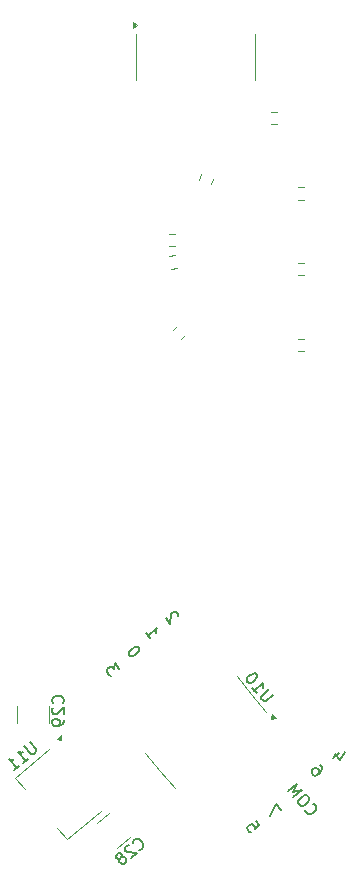
<source format=gbr>
G04 #@! TF.GenerationSoftware,KiCad,Pcbnew,8.0.3*
G04 #@! TF.CreationDate,2024-08-04T14:16:49-04:00*
G04 #@! TF.ProjectId,MEAP_Rev4b,4d454150-5f52-4657-9634-622e6b696361,rev?*
G04 #@! TF.SameCoordinates,Original*
G04 #@! TF.FileFunction,Legend,Bot*
G04 #@! TF.FilePolarity,Positive*
%FSLAX46Y46*%
G04 Gerber Fmt 4.6, Leading zero omitted, Abs format (unit mm)*
G04 Created by KiCad (PCBNEW 8.0.3) date 2024-08-04 14:16:49*
%MOMM*%
%LPD*%
G01*
G04 APERTURE LIST*
%ADD10C,0.150000*%
%ADD11C,0.120000*%
G04 APERTURE END LIST*
D10*
X57858462Y-93901503D02*
X57347766Y-94330028D01*
X58303333Y-93839023D02*
X57909203Y-94480549D01*
X57909203Y-94480549D02*
X57511287Y-94006331D01*
X56243810Y-94927241D02*
X56366246Y-95073154D01*
X56366246Y-95073154D02*
X56390986Y-95176719D01*
X56390986Y-95176719D02*
X56385116Y-95243807D01*
X56385116Y-95243807D02*
X56336899Y-95408590D01*
X56336899Y-95408590D02*
X56221595Y-95567504D01*
X56221595Y-95567504D02*
X55929769Y-95812376D01*
X55929769Y-95812376D02*
X55826203Y-95837115D01*
X55826203Y-95837115D02*
X55759116Y-95831246D01*
X55759116Y-95831246D02*
X55661420Y-95788898D01*
X55661420Y-95788898D02*
X55538984Y-95642985D01*
X55538984Y-95642985D02*
X55514244Y-95539419D01*
X55514244Y-95539419D02*
X55520114Y-95472332D01*
X55520114Y-95472332D02*
X55562461Y-95374636D01*
X55562461Y-95374636D02*
X55744853Y-95221591D01*
X55744853Y-95221591D02*
X55848418Y-95196852D01*
X55848418Y-95196852D02*
X55915506Y-95202721D01*
X55915506Y-95202721D02*
X56013202Y-95245069D01*
X56013202Y-95245069D02*
X56135638Y-95390982D01*
X56135638Y-95390982D02*
X56160377Y-95494547D01*
X56160377Y-95494547D02*
X56154508Y-95561635D01*
X56154508Y-95561635D02*
X56112160Y-95659331D01*
X54988896Y-98739375D02*
X54983026Y-98806463D01*
X54983026Y-98806463D02*
X55038375Y-98946506D01*
X55038375Y-98946506D02*
X55099593Y-99019463D01*
X55099593Y-99019463D02*
X55227898Y-99098289D01*
X55227898Y-99098289D02*
X55362072Y-99110028D01*
X55362072Y-99110028D02*
X55465638Y-99085288D01*
X55465638Y-99085288D02*
X55642160Y-98999331D01*
X55642160Y-98999331D02*
X55751595Y-98907504D01*
X55751595Y-98907504D02*
X55866899Y-98748590D01*
X55866899Y-98748590D02*
X55909247Y-98650894D01*
X55909247Y-98650894D02*
X55920986Y-98516719D01*
X55920986Y-98516719D02*
X55865637Y-98376675D01*
X55865637Y-98376675D02*
X55804419Y-98303719D01*
X55804419Y-98303719D02*
X55676114Y-98224893D01*
X55676114Y-98224893D02*
X55609027Y-98219024D01*
X55284067Y-97683588D02*
X55161632Y-97537674D01*
X55161632Y-97537674D02*
X55063936Y-97495327D01*
X55063936Y-97495327D02*
X54929761Y-97483588D01*
X54929761Y-97483588D02*
X54753239Y-97569545D01*
X54753239Y-97569545D02*
X54497891Y-97783808D01*
X54497891Y-97783808D02*
X54382586Y-97942722D01*
X54382586Y-97942722D02*
X54370848Y-98076896D01*
X54370848Y-98076896D02*
X54395587Y-98180462D01*
X54395587Y-98180462D02*
X54518023Y-98326375D01*
X54518023Y-98326375D02*
X54615719Y-98368723D01*
X54615719Y-98368723D02*
X54749894Y-98380462D01*
X54749894Y-98380462D02*
X54926416Y-98294504D01*
X54926416Y-98294504D02*
X55181764Y-98080242D01*
X55181764Y-98080242D02*
X55297068Y-97921328D01*
X55297068Y-97921328D02*
X55308807Y-97787153D01*
X55308807Y-97787153D02*
X55284067Y-97683588D01*
X53967062Y-97669766D02*
X54733107Y-97026978D01*
X54733107Y-97026978D02*
X53971670Y-97230764D01*
X53971670Y-97230764D02*
X54304582Y-96516282D01*
X54304582Y-96516282D02*
X53538537Y-97159069D01*
X52930509Y-98768502D02*
X52501984Y-98257806D01*
X52501984Y-98257806D02*
X52011420Y-99228898D01*
X50763201Y-99640762D02*
X51069291Y-100005545D01*
X51069291Y-100005545D02*
X50735117Y-100348113D01*
X50735117Y-100348113D02*
X50740986Y-100281026D01*
X50740986Y-100281026D02*
X50716246Y-100177460D01*
X50716246Y-100177460D02*
X50563202Y-99995069D01*
X50563202Y-99995069D02*
X50465506Y-99952721D01*
X50465506Y-99952721D02*
X50398418Y-99946852D01*
X50398418Y-99946852D02*
X50294853Y-99971591D01*
X50294853Y-99971591D02*
X50112461Y-100124636D01*
X50112461Y-100124636D02*
X50070114Y-100222332D01*
X50070114Y-100222332D02*
X50064244Y-100289419D01*
X50064244Y-100289419D02*
X50088984Y-100392985D01*
X50088984Y-100392985D02*
X50242029Y-100575376D01*
X50242029Y-100575376D02*
X50339725Y-100617724D01*
X50339725Y-100617724D02*
X50406812Y-100623593D01*
X39240509Y-86778502D02*
X38842593Y-86304284D01*
X38842593Y-86304284D02*
X38765029Y-86804504D01*
X38765029Y-86804504D02*
X38673202Y-86695069D01*
X38673202Y-86695069D02*
X38575506Y-86652721D01*
X38575506Y-86652721D02*
X38508418Y-86646852D01*
X38508418Y-86646852D02*
X38404853Y-86671591D01*
X38404853Y-86671591D02*
X38222461Y-86824636D01*
X38222461Y-86824636D02*
X38180114Y-86922332D01*
X38180114Y-86922332D02*
X38174244Y-86989419D01*
X38174244Y-86989419D02*
X38198984Y-87092985D01*
X38198984Y-87092985D02*
X38382637Y-87311855D01*
X38382637Y-87311855D02*
X38480334Y-87354202D01*
X38480334Y-87354202D02*
X38547421Y-87360072D01*
X44206943Y-82343241D02*
X44212813Y-82276154D01*
X44212813Y-82276154D02*
X44188073Y-82172589D01*
X44188073Y-82172589D02*
X44035028Y-81990197D01*
X44035028Y-81990197D02*
X43937332Y-81947849D01*
X43937332Y-81947849D02*
X43870245Y-81941980D01*
X43870245Y-81941980D02*
X43766679Y-81966720D01*
X43766679Y-81966720D02*
X43693723Y-82027938D01*
X43693723Y-82027938D02*
X43614897Y-82156243D01*
X43614897Y-82156243D02*
X43544464Y-82961290D01*
X43544464Y-82961290D02*
X43146548Y-82487072D01*
X41456548Y-83777072D02*
X41823855Y-84214811D01*
X41640202Y-83995941D02*
X42406246Y-83353154D01*
X42406246Y-83353154D02*
X42358029Y-83517937D01*
X42358029Y-83517937D02*
X42346290Y-83652112D01*
X42346290Y-83652112D02*
X42371030Y-83755677D01*
X40876855Y-85029632D02*
X40815637Y-84956675D01*
X40815637Y-84956675D02*
X40717941Y-84914328D01*
X40717941Y-84914328D02*
X40650854Y-84908458D01*
X40650854Y-84908458D02*
X40547288Y-84933198D01*
X40547288Y-84933198D02*
X40370766Y-85019155D01*
X40370766Y-85019155D02*
X40188375Y-85172200D01*
X40188375Y-85172200D02*
X40073070Y-85331114D01*
X40073070Y-85331114D02*
X40030723Y-85428810D01*
X40030723Y-85428810D02*
X40024853Y-85495898D01*
X40024853Y-85495898D02*
X40049593Y-85599463D01*
X40049593Y-85599463D02*
X40110811Y-85672420D01*
X40110811Y-85672420D02*
X40208507Y-85714767D01*
X40208507Y-85714767D02*
X40275594Y-85720637D01*
X40275594Y-85720637D02*
X40379160Y-85695897D01*
X40379160Y-85695897D02*
X40555682Y-85609940D01*
X40555682Y-85609940D02*
X40738073Y-85456895D01*
X40738073Y-85456895D02*
X40853378Y-85297981D01*
X40853378Y-85297981D02*
X40895725Y-85200285D01*
X40895725Y-85200285D02*
X40901595Y-85133198D01*
X40901595Y-85133198D02*
X40876855Y-85029632D01*
X34449580Y-89697142D02*
X34497200Y-89649523D01*
X34497200Y-89649523D02*
X34544819Y-89506666D01*
X34544819Y-89506666D02*
X34544819Y-89411428D01*
X34544819Y-89411428D02*
X34497200Y-89268571D01*
X34497200Y-89268571D02*
X34401961Y-89173333D01*
X34401961Y-89173333D02*
X34306723Y-89125714D01*
X34306723Y-89125714D02*
X34116247Y-89078095D01*
X34116247Y-89078095D02*
X33973390Y-89078095D01*
X33973390Y-89078095D02*
X33782914Y-89125714D01*
X33782914Y-89125714D02*
X33687676Y-89173333D01*
X33687676Y-89173333D02*
X33592438Y-89268571D01*
X33592438Y-89268571D02*
X33544819Y-89411428D01*
X33544819Y-89411428D02*
X33544819Y-89506666D01*
X33544819Y-89506666D02*
X33592438Y-89649523D01*
X33592438Y-89649523D02*
X33640057Y-89697142D01*
X33640057Y-90078095D02*
X33592438Y-90125714D01*
X33592438Y-90125714D02*
X33544819Y-90220952D01*
X33544819Y-90220952D02*
X33544819Y-90459047D01*
X33544819Y-90459047D02*
X33592438Y-90554285D01*
X33592438Y-90554285D02*
X33640057Y-90601904D01*
X33640057Y-90601904D02*
X33735295Y-90649523D01*
X33735295Y-90649523D02*
X33830533Y-90649523D01*
X33830533Y-90649523D02*
X33973390Y-90601904D01*
X33973390Y-90601904D02*
X34544819Y-90030476D01*
X34544819Y-90030476D02*
X34544819Y-90649523D01*
X34544819Y-91125714D02*
X34544819Y-91316190D01*
X34544819Y-91316190D02*
X34497200Y-91411428D01*
X34497200Y-91411428D02*
X34449580Y-91459047D01*
X34449580Y-91459047D02*
X34306723Y-91554285D01*
X34306723Y-91554285D02*
X34116247Y-91601904D01*
X34116247Y-91601904D02*
X33735295Y-91601904D01*
X33735295Y-91601904D02*
X33640057Y-91554285D01*
X33640057Y-91554285D02*
X33592438Y-91506666D01*
X33592438Y-91506666D02*
X33544819Y-91411428D01*
X33544819Y-91411428D02*
X33544819Y-91220952D01*
X33544819Y-91220952D02*
X33592438Y-91125714D01*
X33592438Y-91125714D02*
X33640057Y-91078095D01*
X33640057Y-91078095D02*
X33735295Y-91030476D01*
X33735295Y-91030476D02*
X33973390Y-91030476D01*
X33973390Y-91030476D02*
X34068628Y-91078095D01*
X34068628Y-91078095D02*
X34116247Y-91125714D01*
X34116247Y-91125714D02*
X34163866Y-91220952D01*
X34163866Y-91220952D02*
X34163866Y-91411428D01*
X34163866Y-91411428D02*
X34116247Y-91506666D01*
X34116247Y-91506666D02*
X34068628Y-91554285D01*
X34068628Y-91554285D02*
X33973390Y-91601904D01*
X31628000Y-92986535D02*
X32148351Y-93606666D01*
X32148351Y-93606666D02*
X32173091Y-93710231D01*
X32173091Y-93710231D02*
X32167222Y-93777319D01*
X32167222Y-93777319D02*
X32124874Y-93875015D01*
X32124874Y-93875015D02*
X31978961Y-93997451D01*
X31978961Y-93997451D02*
X31875395Y-94022190D01*
X31875395Y-94022190D02*
X31808308Y-94016321D01*
X31808308Y-94016321D02*
X31710612Y-93973973D01*
X31710612Y-93973973D02*
X31190260Y-93353842D01*
X31067003Y-94762674D02*
X31504743Y-94395367D01*
X31285873Y-94579020D02*
X30643085Y-93812976D01*
X30643085Y-93812976D02*
X30807869Y-93861193D01*
X30807869Y-93861193D02*
X30942043Y-93872932D01*
X30942043Y-93872932D02*
X31045609Y-93848192D01*
X30337437Y-95374853D02*
X30775177Y-95007545D01*
X30556307Y-95191199D02*
X29913519Y-94425155D01*
X29913519Y-94425155D02*
X30078303Y-94473372D01*
X30078303Y-94473372D02*
X30212477Y-94485110D01*
X30212477Y-94485110D02*
X30316043Y-94460371D01*
X40883591Y-102112234D02*
X40950678Y-102118103D01*
X40950678Y-102118103D02*
X41090722Y-102062755D01*
X41090722Y-102062755D02*
X41163679Y-102001537D01*
X41163679Y-102001537D02*
X41242505Y-101873232D01*
X41242505Y-101873232D02*
X41254243Y-101739057D01*
X41254243Y-101739057D02*
X41229504Y-101635492D01*
X41229504Y-101635492D02*
X41143546Y-101458970D01*
X41143546Y-101458970D02*
X41051720Y-101349535D01*
X41051720Y-101349535D02*
X40892805Y-101234230D01*
X40892805Y-101234230D02*
X40795109Y-101191883D01*
X40795109Y-101191883D02*
X40660935Y-101180144D01*
X40660935Y-101180144D02*
X40520891Y-101235492D01*
X40520891Y-101235492D02*
X40447934Y-101296710D01*
X40447934Y-101296710D02*
X40369108Y-101425015D01*
X40369108Y-101425015D02*
X40363239Y-101492103D01*
X40071413Y-101736974D02*
X40004325Y-101731105D01*
X40004325Y-101731105D02*
X39900760Y-101755844D01*
X39900760Y-101755844D02*
X39718368Y-101908889D01*
X39718368Y-101908889D02*
X39676021Y-102006585D01*
X39676021Y-102006585D02*
X39670151Y-102073672D01*
X39670151Y-102073672D02*
X39694891Y-102177238D01*
X39694891Y-102177238D02*
X39756109Y-102250195D01*
X39756109Y-102250195D02*
X39884414Y-102329021D01*
X39884414Y-102329021D02*
X40689461Y-102399453D01*
X40689461Y-102399453D02*
X40215243Y-102797369D01*
X39410196Y-102726937D02*
X39452543Y-102629241D01*
X39452543Y-102629241D02*
X39458413Y-102562153D01*
X39458413Y-102562153D02*
X39433673Y-102458588D01*
X39433673Y-102458588D02*
X39403064Y-102422109D01*
X39403064Y-102422109D02*
X39305368Y-102379762D01*
X39305368Y-102379762D02*
X39238281Y-102373892D01*
X39238281Y-102373892D02*
X39134715Y-102398632D01*
X39134715Y-102398632D02*
X38988802Y-102521068D01*
X38988802Y-102521068D02*
X38946454Y-102618764D01*
X38946454Y-102618764D02*
X38940585Y-102685851D01*
X38940585Y-102685851D02*
X38965325Y-102789417D01*
X38965325Y-102789417D02*
X38995933Y-102825895D01*
X38995933Y-102825895D02*
X39093630Y-102868243D01*
X39093630Y-102868243D02*
X39160717Y-102874112D01*
X39160717Y-102874112D02*
X39264282Y-102849372D01*
X39264282Y-102849372D02*
X39410196Y-102726937D01*
X39410196Y-102726937D02*
X39513761Y-102702197D01*
X39513761Y-102702197D02*
X39580848Y-102708067D01*
X39580848Y-102708067D02*
X39678545Y-102750414D01*
X39678545Y-102750414D02*
X39800980Y-102896327D01*
X39800980Y-102896327D02*
X39825720Y-102999893D01*
X39825720Y-102999893D02*
X39819851Y-103066980D01*
X39819851Y-103066980D02*
X39777503Y-103164676D01*
X39777503Y-103164676D02*
X39631590Y-103287112D01*
X39631590Y-103287112D02*
X39528024Y-103311852D01*
X39528024Y-103311852D02*
X39460937Y-103305982D01*
X39460937Y-103305982D02*
X39363241Y-103263635D01*
X39363241Y-103263635D02*
X39240805Y-103117721D01*
X39240805Y-103117721D02*
X39216065Y-103014156D01*
X39216065Y-103014156D02*
X39221935Y-102947069D01*
X39221935Y-102947069D02*
X39264282Y-102849372D01*
X52258605Y-88967546D02*
X51638474Y-89487897D01*
X51638474Y-89487897D02*
X51534909Y-89512637D01*
X51534909Y-89512637D02*
X51467821Y-89506768D01*
X51467821Y-89506768D02*
X51370125Y-89464420D01*
X51370125Y-89464420D02*
X51247689Y-89318507D01*
X51247689Y-89318507D02*
X51222950Y-89214941D01*
X51222950Y-89214941D02*
X51228819Y-89147854D01*
X51228819Y-89147854D02*
X51271167Y-89050158D01*
X51271167Y-89050158D02*
X51891298Y-88529806D01*
X50482466Y-88406549D02*
X50849773Y-88844289D01*
X50666120Y-88625419D02*
X51432164Y-87982631D01*
X51432164Y-87982631D02*
X51383947Y-88147415D01*
X51383947Y-88147415D02*
X51372208Y-88281589D01*
X51372208Y-88281589D02*
X51396948Y-88385155D01*
X50850594Y-87289543D02*
X50789376Y-87216587D01*
X50789376Y-87216587D02*
X50691680Y-87174239D01*
X50691680Y-87174239D02*
X50624593Y-87168370D01*
X50624593Y-87168370D02*
X50521028Y-87193109D01*
X50521028Y-87193109D02*
X50344505Y-87279067D01*
X50344505Y-87279067D02*
X50162114Y-87432111D01*
X50162114Y-87432111D02*
X50046810Y-87591025D01*
X50046810Y-87591025D02*
X50004462Y-87688722D01*
X50004462Y-87688722D02*
X49998592Y-87755809D01*
X49998592Y-87755809D02*
X50023332Y-87859374D01*
X50023332Y-87859374D02*
X50084550Y-87932331D01*
X50084550Y-87932331D02*
X50182246Y-87974679D01*
X50182246Y-87974679D02*
X50249333Y-87980548D01*
X50249333Y-87980548D02*
X50352899Y-87955809D01*
X50352899Y-87955809D02*
X50529421Y-87869851D01*
X50529421Y-87869851D02*
X50711813Y-87716806D01*
X50711813Y-87716806D02*
X50827117Y-87557892D01*
X50827117Y-87557892D02*
X50869465Y-87460196D01*
X50869465Y-87460196D02*
X50875334Y-87393109D01*
X50875334Y-87393109D02*
X50850594Y-87289543D01*
D11*
X33259998Y-91396250D02*
X33260001Y-89973748D01*
X30539997Y-91396252D02*
X30540000Y-89973750D01*
X34315465Y-92829152D02*
X33919493Y-92730627D01*
X34287195Y-92422088D01*
X34315465Y-92829152D01*
G36*
X34315465Y-92829152D02*
G01*
X33919493Y-92730627D01*
X34287195Y-92422088D01*
X34315465Y-92829152D01*
G37*
X33964221Y-100251404D02*
X34774132Y-101216619D01*
X31200234Y-96957412D02*
X30390322Y-95992197D01*
X34774132Y-101216619D02*
X37654460Y-98799738D01*
X30390322Y-95992197D02*
X33270649Y-93575313D01*
X39049255Y-101950891D02*
X40138958Y-101036525D01*
X37300872Y-99867251D02*
X38390575Y-98952885D01*
X52544722Y-40692502D02*
X52035275Y-40692497D01*
X52544725Y-39647503D02*
X52035278Y-39647498D01*
X43437775Y-49977500D02*
X43947223Y-49977500D01*
X43437775Y-51022500D02*
X43947223Y-51022500D01*
X43429779Y-51868124D02*
X43931487Y-51779660D01*
X43611241Y-52897248D02*
X44112949Y-52808784D01*
X54857220Y-47062501D02*
X54347772Y-47062496D01*
X54857224Y-46017502D02*
X54347776Y-46017497D01*
X43749998Y-58080018D02*
X44140259Y-57752553D01*
X44421711Y-58880535D02*
X44811972Y-58553070D01*
X54852224Y-53462503D02*
X54342776Y-53462498D01*
X54852228Y-52417504D02*
X54342780Y-52417499D01*
X40634997Y-33009998D02*
X40635002Y-34960000D01*
X40634998Y-36909998D02*
X40635002Y-34960000D01*
X50755002Y-33010002D02*
X50754998Y-34960000D01*
X50755003Y-36910002D02*
X50754998Y-34960000D01*
X40690000Y-32260001D02*
X40360000Y-32499999D01*
X40360001Y-32020001D01*
X40690000Y-32260001D01*
G36*
X40690000Y-32260001D02*
G01*
X40360000Y-32499999D01*
X40360001Y-32020001D01*
X40690000Y-32260001D01*
G37*
X54852224Y-59872503D02*
X54342777Y-59872498D01*
X54852227Y-58827504D02*
X54342780Y-58827499D01*
X41395858Y-93920711D02*
X42649296Y-95414497D01*
X43902730Y-96908284D02*
X42649296Y-95414497D01*
X49148228Y-87415702D02*
X50401662Y-88909489D01*
X51655100Y-90403275D02*
X50401662Y-88909489D01*
X52502122Y-90984891D02*
X52095058Y-91013161D01*
X52193583Y-90617190D01*
X52502122Y-90984891D01*
G36*
X52502122Y-90984891D02*
G01*
X52095058Y-91013161D01*
X52193583Y-90617190D01*
X52502122Y-90984891D01*
G37*
X46154036Y-44919400D02*
X45979796Y-45398126D01*
X47136016Y-45276810D02*
X46961776Y-45755536D01*
M02*

</source>
